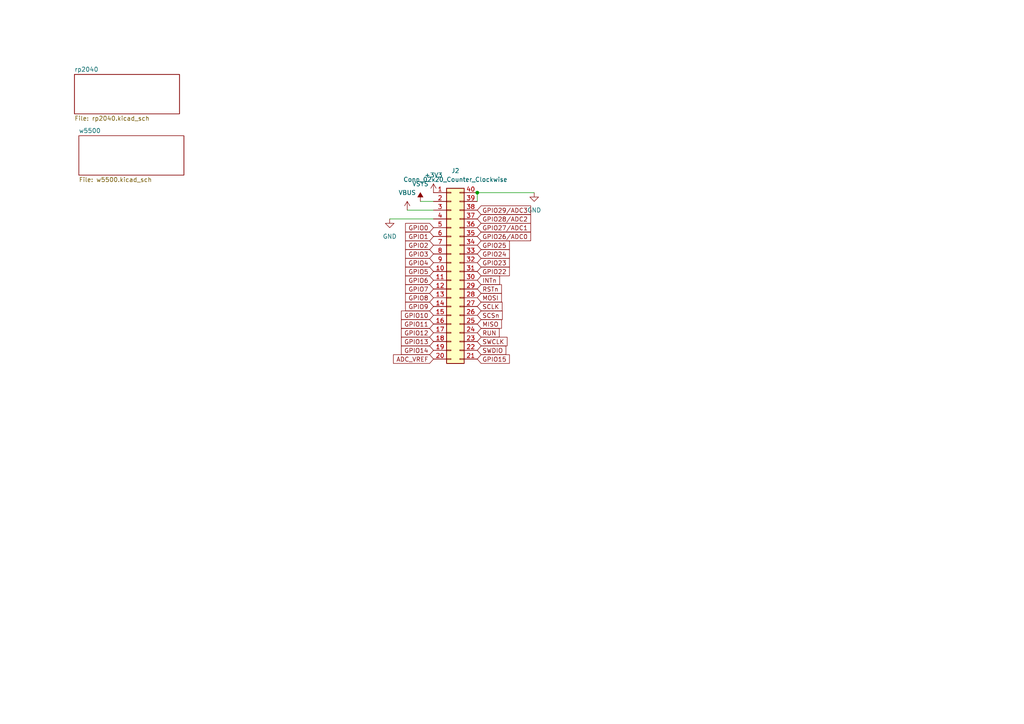
<source format=kicad_sch>
(kicad_sch (version 20211123) (generator eeschema)
  (paper "A4")
  (lib_symbols
    (symbol "01-rickbassham:VSYS" (power) (pin_names (offset 0))
      (property "Value" "VSYS" (at 0 3.81 0))
      (symbol "VSYS_0_1"
        (polyline (pts (xy 0 0) (xy 0 2.54)))
        (polyline (pts (xy 0.762 1.27) (xy -0.762 1.27) (xy 0 2.54) (xy 0.762 1.27)) (fill (type outline)))
      )
      (symbol "VSYS_1_1"
        (pin power_in line (at 0 0 90) (length 0) hide (name "VSYS") (number "1"))
      )
    )
    (symbol "Connector_Generic:Conn_02x20_Counter_Clockwise" (pin_names (offset 1.016) hide)
      (property "Reference" "J" (at 1.27 25.4 0))
      (property "Value" "Conn_02x20_Counter_Clockwise" (at 1.27 -27.94 0))
      (symbol "Conn_02x20_Counter_Clockwise_1_1"
        (rectangle (start -1.27 -25.273) (end 0 -25.527) (stroke (width 0.1524)))
        (rectangle (start -1.27 -22.733) (end 0 -22.987) (stroke (width 0.1524)))
        (rectangle (start -1.27 -20.193) (end 0 -20.447) (stroke (width 0.1524)))
        (rectangle (start -1.27 -17.653) (end 0 -17.907) (stroke (width 0.1524)))
        (rectangle (start -1.27 -15.113) (end 0 -15.367) (stroke (width 0.1524)))
        (rectangle (start -1.27 -12.573) (end 0 -12.827) (stroke (width 0.1524)))
        (rectangle (start -1.27 -10.033) (end 0 -10.287) (stroke (width 0.1524)))
        (rectangle (start -1.27 -7.493) (end 0 -7.747) (stroke (width 0.1524)))
        (rectangle (start -1.27 -4.953) (end 0 -5.207) (stroke (width 0.1524)))
        (rectangle (start -1.27 -2.413) (end 0 -2.667) (stroke (width 0.1524)))
        (rectangle (start -1.27 0.127) (end 0 -0.127) (stroke (width 0.1524)))
        (rectangle (start -1.27 2.667) (end 0 2.413) (stroke (width 0.1524)))
        (rectangle (start -1.27 5.207) (end 0 4.953) (stroke (width 0.1524)))
        (rectangle (start -1.27 7.747) (end 0 7.493) (stroke (width 0.1524)))
        (rectangle (start -1.27 10.287) (end 0 10.033) (stroke (width 0.1524)))
        (rectangle (start -1.27 12.827) (end 0 12.573) (stroke (width 0.1524)))
        (rectangle (start -1.27 15.367) (end 0 15.113) (stroke (width 0.1524)))
        (rectangle (start -1.27 17.907) (end 0 17.653) (stroke (width 0.1524)))
        (rectangle (start -1.27 20.447) (end 0 20.193) (stroke (width 0.1524)))
        (rectangle (start -1.27 22.987) (end 0 22.733) (stroke (width 0.1524)))
        (rectangle (start -1.27 24.13) (end 3.81 -26.67) (stroke (width 0.254)) (fill (type background)))
        (rectangle (start 3.81 -25.273) (end 2.54 -25.527) (stroke (width 0.1524)))
        (rectangle (start 3.81 -22.733) (end 2.54 -22.987) (stroke (width 0.1524)))
        (rectangle (start 3.81 -20.193) (end 2.54 -20.447) (stroke (width 0.1524)))
        (rectangle (start 3.81 -17.653) (end 2.54 -17.907) (stroke (width 0.1524)))
        (rectangle (start 3.81 -15.113) (end 2.54 -15.367) (stroke (width 0.1524)))
        (rectangle (start 3.81 -12.573) (end 2.54 -12.827) (stroke (width 0.1524)))
        (rectangle (start 3.81 -10.033) (end 2.54 -10.287) (stroke (width 0.1524)))
        (rectangle (start 3.81 -7.493) (end 2.54 -7.747) (stroke (width 0.1524)))
        (rectangle (start 3.81 -4.953) (end 2.54 -5.207) (stroke (width 0.1524)))
        (rectangle (start 3.81 -2.413) (end 2.54 -2.667) (stroke (width 0.1524)))
        (rectangle (start 3.81 0.127) (end 2.54 -0.127) (stroke (width 0.1524)))
        (rectangle (start 3.81 2.667) (end 2.54 2.413) (stroke (width 0.1524)))
        (rectangle (start 3.81 5.207) (end 2.54 4.953) (stroke (width 0.1524)))
        (rectangle (start 3.81 7.747) (end 2.54 7.493) (stroke (width 0.1524)))
        (rectangle (start 3.81 10.287) (end 2.54 10.033) (stroke (width 0.1524)))
        (rectangle (start 3.81 12.827) (end 2.54 12.573) (stroke (width 0.1524)))
        (rectangle (start 3.81 15.367) (end 2.54 15.113) (stroke (width 0.1524)))
        (rectangle (start 3.81 17.907) (end 2.54 17.653) (stroke (width 0.1524)))
        (rectangle (start 3.81 20.447) (end 2.54 20.193) (stroke (width 0.1524)))
        (rectangle (start 3.81 22.987) (end 2.54 22.733) (stroke (width 0.1524)))
        (pin passive line (at -5.08 22.86 0) (length 3.81) (name "Pin_1") (number "1"))
        (pin passive line (at -5.08 0 0) (length 3.81) (name "Pin_10") (number "10"))
        (pin passive line (at -5.08 -2.54 0) (length 3.81) (name "Pin_11") (number "11"))
        (pin passive line (at -5.08 -5.08 0) (length 3.81) (name "Pin_12") (number "12"))
        (pin passive line (at -5.08 -7.62 0) (length 3.81) (name "Pin_13") (number "13"))
        (pin passive line (at -5.08 -10.16 0) (length 3.81) (name "Pin_14") (number "14"))
        (pin passive line (at -5.08 -12.7 0) (length 3.81) (name "Pin_15") (number "15"))
        (pin passive line (at -5.08 -15.24 0) (length 3.81) (name "Pin_16") (number "16"))
        (pin passive line (at -5.08 -17.78 0) (length 3.81) (name "Pin_17") (number "17"))
        (pin passive line (at -5.08 -20.32 0) (length 3.81) (name "Pin_18") (number "18"))
        (pin passive line (at -5.08 -22.86 0) (length 3.81) (name "Pin_19") (number "19"))
        (pin passive line (at -5.08 20.32 0) (length 3.81) (name "Pin_2") (number "2"))
        (pin passive line (at -5.08 -25.4 0) (length 3.81) (name "Pin_20") (number "20"))
        (pin passive line (at 7.62 -25.4 180) (length 3.81) (name "Pin_21") (number "21"))
        (pin passive line (at 7.62 -22.86 180) (length 3.81) (name "Pin_22") (number "22"))
        (pin passive line (at 7.62 -20.32 180) (length 3.81) (name "Pin_23") (number "23"))
        (pin passive line (at 7.62 -17.78 180) (length 3.81) (name "Pin_24") (number "24"))
        (pin passive line (at 7.62 -15.24 180) (length 3.81) (name "Pin_25") (number "25"))
        (pin passive line (at 7.62 -12.7 180) (length 3.81) (name "Pin_26") (number "26"))
        (pin passive line (at 7.62 -10.16 180) (length 3.81) (name "Pin_27") (number "27"))
        (pin passive line (at 7.62 -7.62 180) (length 3.81) (name "Pin_28") (number "28"))
        (pin passive line (at 7.62 -5.08 180) (length 3.81) (name "Pin_29") (number "29"))
        (pin passive line (at -5.08 17.78 0) (length 3.81) (name "Pin_3") (number "3"))
        (pin passive line (at 7.62 -2.54 180) (length 3.81) (name "Pin_30") (number "30"))
        (pin passive line (at 7.62 0 180) (length 3.81) (name "Pin_31") (number "31"))
        (pin passive line (at 7.62 2.54 180) (length 3.81) (name "Pin_32") (number "32"))
        (pin passive line (at 7.62 5.08 180) (length 3.81) (name "Pin_33") (number "33"))
        (pin passive line (at 7.62 7.62 180) (length 3.81) (name "Pin_34") (number "34"))
        (pin passive line (at 7.62 10.16 180) (length 3.81) (name "Pin_35") (number "35"))
        (pin passive line (at 7.62 12.7 180) (length 3.81) (name "Pin_36") (number "36"))
        (pin passive line (at 7.62 15.24 180) (length 3.81) (name "Pin_37") (number "37"))
        (pin passive line (at 7.62 17.78 180) (length 3.81) (name "Pin_38") (number "38"))
        (pin passive line (at 7.62 20.32 180) (length 3.81) (name "Pin_39") (number "39"))
        (pin passive line (at -5.08 15.24 0) (length 3.81) (name "Pin_4") (number "4"))
        (pin passive line (at 7.62 22.86 180) (length 3.81) (name "Pin_40") (number "40"))
        (pin passive line (at -5.08 12.7 0) (length 3.81) (name "Pin_5") (number "5"))
        (pin passive line (at -5.08 10.16 0) (length 3.81) (name "Pin_6") (number "6"))
        (pin passive line (at -5.08 7.62 0) (length 3.81) (name "Pin_7") (number "7"))
        (pin passive line (at -5.08 5.08 0) (length 3.81) (name "Pin_8") (number "8"))
        (pin passive line (at -5.08 2.54 0) (length 3.81) (name "Pin_9") (number "9"))
      )
    )
    (symbol "power:+3.3V" (power) (pin_names (offset 0))
      (property "Value" "+3.3V" (at 0 3.556 0))
      (symbol "+3.3V_0_1"
        (polyline (pts (xy -0.762 1.27) (xy 0 2.54)))
        (polyline (pts (xy 0 0) (xy 0 2.54)))
        (polyline (pts (xy 0 2.54) (xy 0.762 1.27)))
      )
      (symbol "+3.3V_1_1"
        (pin power_in line (at 0 0 90) (length 0) hide (name "+3V3") (number "1"))
      )
    )
    (symbol "power:GND" (power) (pin_names (offset 0))
      (property "Value" "GND" (at 0 -3.81 0))
      (symbol "GND_0_1"
        (polyline (pts (xy 0 0) (xy 0 -1.27) (xy 1.27 -1.27) (xy 0 -2.54) (xy -1.27 -1.27) (xy 0 -1.27)))
      )
      (symbol "GND_1_1"
        (pin power_in line (at 0 0 270) (length 0) hide (name "GND") (number "1"))
      )
    )
    (symbol "power:VBUS" (power) (pin_names (offset 0))
      (property "Value" "VBUS" (at 0 3.81 0))
      (symbol "VBUS_0_1"
        (polyline (pts (xy -0.762 1.27) (xy 0 2.54)))
        (polyline (pts (xy 0 0) (xy 0 2.54)))
        (polyline (pts (xy 0 2.54) (xy 0.762 1.27)))
      )
      (symbol "VBUS_1_1"
        (pin power_in line (at 0 0 90) (length 0) hide (name "VBUS") (number "1"))
      )
    )
  )
  (junction (at 138.43 55.88))
  (wire (pts (xy 118.11 60.96) (xy 125.73 60.96)))
  (wire (pts (xy 121.92 58.42) (xy 125.73 58.42)))
  (wire (pts (xy 138.43 55.88) (xy 138.43 58.42)))
  (wire (pts (xy 138.43 55.88) (xy 154.94 55.88)))
  (wire (pts (xy 113.03 63.5) (xy 125.73 63.5)))
  (global_label "GPIO27{slash}ADC1" (shape input) (at 138.43 66.04 0) (property "Intersheet References" "${INTERSHEET_REFS}" (effects hide)))
  (global_label "GPIO1" (shape input) (at 125.73 68.58 180) (property "Intersheet References" "${INTERSHEET_REFS}" (effects hide)))
  (global_label "GPIO25" (shape input) (at 138.43 71.12 0) (property "Intersheet References" "${INTERSHEET_REFS}" (effects hide)))
  (global_label "GPIO12" (shape input) (at 125.73 96.52 180) (property "Intersheet References" "${INTERSHEET_REFS}" (effects hide)))
  (global_label "GPIO26{slash}ADC0" (shape input) (at 138.43 68.58 0) (property "Intersheet References" "${INTERSHEET_REFS}" (effects hide)))
  (global_label "GPIO3" (shape input) (at 125.73 73.66 180) (property "Intersheet References" "${INTERSHEET_REFS}" (effects hide)))
  (global_label "GPIO29{slash}ADC3" (shape input) (at 138.43 60.96 0) (property "Intersheet References" "${INTERSHEET_REFS}" (effects hide)))
  (global_label "GPIO22" (shape input) (at 138.43 78.74 0) (property "Intersheet References" "${INTERSHEET_REFS}" (effects hide)))
  (global_label "GPIO15" (shape input) (at 138.43 104.14 0) (property "Intersheet References" "${INTERSHEET_REFS}" (effects hide)))
  (global_label "INTn" (shape input) (at 138.43 81.28 0) (property "Intersheet References" "${INTERSHEET_REFS}" (effects hide)))
  (global_label "SCLK" (shape input) (at 138.43 88.9 0) (property "Intersheet References" "${INTERSHEET_REFS}" (effects hide)))
  (global_label "GPIO23" (shape input) (at 138.43 76.2 0) (property "Intersheet References" "${INTERSHEET_REFS}" (effects hide)))
  (global_label "GPIO0" (shape input) (at 125.73 66.04 180) (property "Intersheet References" "${INTERSHEET_REFS}" (effects hide)))
  (global_label "SCSn" (shape input) (at 138.43 91.44 0) (property "Intersheet References" "${INTERSHEET_REFS}" (effects hide)))
  (global_label "GPIO8" (shape input) (at 125.73 86.36 180) (property "Intersheet References" "${INTERSHEET_REFS}" (effects hide)))
  (global_label "GPIO2" (shape input) (at 125.73 71.12 180) (property "Intersheet References" "${INTERSHEET_REFS}" (effects hide)))
  (global_label "GPIO5" (shape input) (at 125.73 78.74 180) (property "Intersheet References" "${INTERSHEET_REFS}" (effects hide)))
  (global_label "GPIO9" (shape input) (at 125.73 88.9 180) (property "Intersheet References" "${INTERSHEET_REFS}" (effects hide)))
  (global_label "MISO" (shape input) (at 138.43 93.98 0) (property "Intersheet References" "${INTERSHEET_REFS}" (effects hide)))
  (global_label "MOSI" (shape input) (at 138.43 86.36 0) (property "Intersheet References" "${INTERSHEET_REFS}" (effects hide)))
  (global_label "GPIO4" (shape input) (at 125.73 76.2 180) (property "Intersheet References" "${INTERSHEET_REFS}" (effects hide)))
  (global_label "SWDIO" (shape input) (at 138.43 101.6 0) (property "Intersheet References" "${INTERSHEET_REFS}" (effects hide)))
  (global_label "SWCLK" (shape input) (at 138.43 99.06 0) (property "Intersheet References" "${INTERSHEET_REFS}" (effects hide)))
  (global_label "GPIO10" (shape input) (at 125.73 91.44 180) (property "Intersheet References" "${INTERSHEET_REFS}" (effects hide)))
  (global_label "ADC_VREF" (shape input) (at 125.73 104.14 180) (property "Intersheet References" "${INTERSHEET_REFS}" (effects hide)))
  (global_label "GPIO24" (shape input) (at 138.43 73.66 0) (property "Intersheet References" "${INTERSHEET_REFS}" (effects hide)))
  (global_label "GPIO28{slash}ADC2" (shape input) (at 138.43 63.5 0) (property "Intersheet References" "${INTERSHEET_REFS}" (effects hide)))
  (global_label "GPIO7" (shape input) (at 125.73 83.82 180) (property "Intersheet References" "${INTERSHEET_REFS}" (effects hide)))
  (global_label "GPIO6" (shape input) (at 125.73 81.28 180) (property "Intersheet References" "${INTERSHEET_REFS}" (effects hide)))
  (global_label "RSTn" (shape input) (at 138.43 83.82 0) (property "Intersheet References" "${INTERSHEET_REFS}" (effects hide)))
  (global_label "GPIO11" (shape input) (at 125.73 93.98 180) (property "Intersheet References" "${INTERSHEET_REFS}" (effects hide)))
  (global_label "GPIO13" (shape input) (at 125.73 99.06 180) (property "Intersheet References" "${INTERSHEET_REFS}" (effects hide)))
  (global_label "RUN" (shape input) (at 138.43 96.52 0) (property "Intersheet References" "${INTERSHEET_REFS}" (effects hide)))
  (global_label "GPIO14" (shape input) (at 125.73 101.6 180) (property "Intersheet References" "${INTERSHEET_REFS}" (effects hide)))
  (symbol (lib_id "Connector_Generic:Conn_02x20_Counter_Clockwise") (at 130.81 78.74 0) (unit 1)
    (property "Reference" "J2" (at 132.08 49.53 0))
    (property "Value" "Conn_02x20_Counter_Clockwise" (at 132.08 52.07 0))
    (property "Footprint" "Connector_PinHeader_2.54mm:PinHeader_2x20_P2.54mm_Vertical" (effects hide))
  )
  (symbol (lib_id "power:VBUS") (at 118.11 60.96 0) (unit 1)
    (property "Reference" "#PWR?" (effects hide))
    (property "Value" "VBUS" (at 118.11 55.88 0))
  )
  (symbol (lib_id "01-rickbassham:VSYS") (at 121.92 58.42 0) (unit 1)
    (property "Reference" "#PWR?" (effects hide))
    (property "Value" "VSYS" (at 121.92 53.34 0))
  )
  (symbol (lib_id "power:+3.3V") (at 125.73 55.88 0) (unit 1)
    (property "Reference" "#PWR0103" (effects hide))
    (property "Value" "+3.3V" (at 125.73 50.8 0))
  )
  (symbol (lib_id "power:GND") (at 113.03 63.5 0) (unit 1)
    (property "Reference" "#PWR?" (effects hide))
    (property "Value" "GND" (at 113.03 68.58 0))
  )
  (symbol (lib_id "power:GND") (at 154.94 55.88 0) (unit 1)
    (property "Reference" "#PWR0106" (effects hide))
    (property "Value" "GND" (at 154.94 60.96 0))
  )
  (sheet (at 21.59 21.59) (size 30.48 11.43) (stroke (width 0.1524))
    (property "Sheet name" "rp2040" (at 21.59 20.8784 0) (effects (justify left bottom)))
    (property "Sheet file" "rp2040.kicad_sch" (at 21.59 33.6046 0) (effects (justify left top)))
  )
  (sheet (at 22.86 39.37) (size 30.48 11.43) (stroke (width 0.1524))
    (property "Sheet name" "w5500" (at 22.86 38.6584 0) (effects (justify left bottom)))
    (property "Sheet file" "w5500.kicad_sch" (at 22.86 51.3846 0) (effects (justify left top)))
  )
)
</source>
